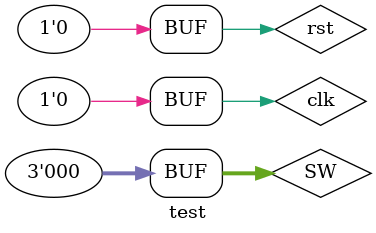
<source format=v>
`timescale 1ns / 1ps


module test;

	// Inputs
	reg rst;
	reg clk;
	reg [2:0] SW;

	// Outputs
	wire [7:0] LED;

	// Instantiate the Unit Under Test (UUT)
	TopTest uut (
		.rst(rst), 
		.clk(clk), 
		.SW(SW), 
		.LED(LED)
	);

	initial begin
		// Initialize Inputs
		rst = 0;
		clk = 0;
		SW = 0;

		// Wait 100 ns for global reset to finish
		#100;
        
		// Add stimulus here
		
		rst = 1;
		clk = 0;
		SW = 0;

		// Wait 100 ns for global reset to finish
		#100;

		rst = 0;
		clk = 0;
		SW = 0;

		// Wait 100 ns for global reset to finish
		#100;
		
		rst = 0;
		clk = 1;
		SW = 0;

		// Wait 100 ns for global reset to finish
		#100;
		
		rst = 0;
		clk = 0;
		SW = 0;

		// Wait 100 ns for global reset to finish
		#100;
		
		rst = 0;
		clk = 1;
		SW = 0;

		// Wait 100 ns for global reset to finish
		#100;
		
		rst = 0;
		clk = 0;
		SW = 0;

		// Wait 100 ns for global reset to finish
		#100;
		
		rst = 0;
		clk = 1;
		SW = 3'b010;

		// Wait 100 ns for global reset to finish
		#100;
		
		rst = 0;
		clk = 0;
		SW = 3'b010;

		// Wait 100 ns for global reset to finish
		#100;
		
		rst = 0;
		clk = 1;
		SW = 0;

		// Wait 100 ns for global reset to finish
		#100;
		
		rst = 0;
		clk = 0;
		SW = 0;

		// Wait 100 ns for global reset to finish
		#100;

	end
      
endmodule


</source>
